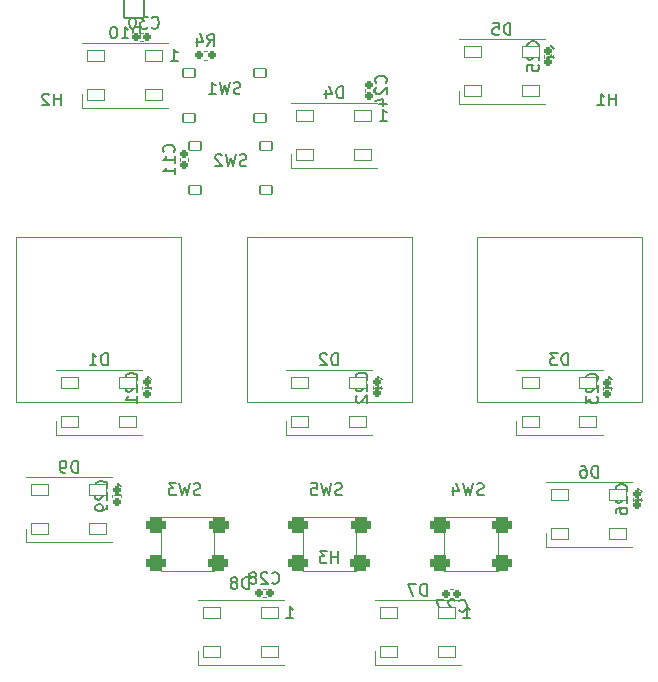
<source format=gbr>
%TF.GenerationSoftware,KiCad,Pcbnew,(7.0.0-0)*%
%TF.CreationDate,2023-04-23T02:24:18-05:00*%
%TF.ProjectId,RP2040_minimal,52503230-3430-45f6-9d69-6e696d616c2e,REV1*%
%TF.SameCoordinates,Original*%
%TF.FileFunction,Legend,Bot*%
%TF.FilePolarity,Positive*%
%FSLAX46Y46*%
G04 Gerber Fmt 4.6, Leading zero omitted, Abs format (unit mm)*
G04 Created by KiCad (PCBNEW (7.0.0-0)) date 2023-04-23 02:24:18*
%MOMM*%
%LPD*%
G01*
G04 APERTURE LIST*
G04 Aperture macros list*
%AMRoundRect*
0 Rectangle with rounded corners*
0 $1 Rounding radius*
0 $2 $3 $4 $5 $6 $7 $8 $9 X,Y pos of 4 corners*
0 Add a 4 corners polygon primitive as box body*
4,1,4,$2,$3,$4,$5,$6,$7,$8,$9,$2,$3,0*
0 Add four circle primitives for the rounded corners*
1,1,$1+$1,$2,$3*
1,1,$1+$1,$4,$5*
1,1,$1+$1,$6,$7*
1,1,$1+$1,$8,$9*
0 Add four rect primitives between the rounded corners*
20,1,$1+$1,$2,$3,$4,$5,0*
20,1,$1+$1,$4,$5,$6,$7,0*
20,1,$1+$1,$6,$7,$8,$9,0*
20,1,$1+$1,$8,$9,$2,$3,0*%
G04 Aperture macros list end*
%ADD10C,0.150000*%
%ADD11C,0.120000*%
%ADD12C,4.402000*%
%ADD13O,1.102000X1.902000*%
%ADD14O,1.102000X2.302000*%
%ADD15RoundRect,0.051000X0.850000X-0.850000X0.850000X0.850000X-0.850000X0.850000X-0.850000X-0.850000X0*%
%ADD16O,1.802000X1.802000*%
%ADD17RoundRect,0.351000X0.500000X0.300000X-0.500000X0.300000X-0.500000X-0.300000X0.500000X-0.300000X0*%
%ADD18RoundRect,0.051000X0.750000X0.450000X-0.750000X0.450000X-0.750000X-0.450000X0.750000X-0.450000X0*%
%ADD19RoundRect,0.191000X-0.170000X0.140000X-0.170000X-0.140000X0.170000X-0.140000X0.170000X0.140000X0*%
%ADD20RoundRect,0.191000X0.140000X0.170000X-0.140000X0.170000X-0.140000X-0.170000X0.140000X-0.170000X0*%
%ADD21RoundRect,0.051000X0.500000X0.375000X-0.500000X0.375000X-0.500000X-0.375000X0.500000X-0.375000X0*%
%ADD22C,1.802000*%
%ADD23C,6.502000*%
%ADD24RoundRect,0.186000X0.135000X0.185000X-0.135000X0.185000X-0.135000X-0.185000X0.135000X-0.185000X0*%
%ADD25RoundRect,0.191000X0.170000X-0.140000X0.170000X0.140000X-0.170000X0.140000X-0.170000X-0.140000X0*%
%ADD26RoundRect,0.191000X-0.140000X-0.170000X0.140000X-0.170000X0.140000X0.170000X-0.140000X0.170000X0*%
G04 APERTURE END LIST*
D10*
%TO.C,H3*%
X761904Y-20617380D02*
X761904Y-19617380D01*
X761904Y-20093571D02*
X190476Y-20093571D01*
X190476Y-20617380D02*
X190476Y-19617380D01*
X-190477Y-19617380D02*
X-809524Y-19617380D01*
X-809524Y-19617380D02*
X-476191Y-19998333D01*
X-476191Y-19998333D02*
X-619048Y-19998333D01*
X-619048Y-19998333D02*
X-714286Y-20045952D01*
X-714286Y-20045952D02*
X-761905Y-20093571D01*
X-761905Y-20093571D02*
X-809524Y-20188809D01*
X-809524Y-20188809D02*
X-809524Y-20426904D01*
X-809524Y-20426904D02*
X-761905Y-20522142D01*
X-761905Y-20522142D02*
X-714286Y-20569761D01*
X-714286Y-20569761D02*
X-619048Y-20617380D01*
X-619048Y-20617380D02*
X-333334Y-20617380D01*
X-333334Y-20617380D02*
X-238096Y-20569761D01*
X-238096Y-20569761D02*
X-190477Y-20522142D01*
%TO.C,SW4*%
X13083332Y-14819761D02*
X12940475Y-14867380D01*
X12940475Y-14867380D02*
X12702380Y-14867380D01*
X12702380Y-14867380D02*
X12607142Y-14819761D01*
X12607142Y-14819761D02*
X12559523Y-14772142D01*
X12559523Y-14772142D02*
X12511904Y-14676904D01*
X12511904Y-14676904D02*
X12511904Y-14581666D01*
X12511904Y-14581666D02*
X12559523Y-14486428D01*
X12559523Y-14486428D02*
X12607142Y-14438809D01*
X12607142Y-14438809D02*
X12702380Y-14391190D01*
X12702380Y-14391190D02*
X12892856Y-14343571D01*
X12892856Y-14343571D02*
X12988094Y-14295952D01*
X12988094Y-14295952D02*
X13035713Y-14248333D01*
X13035713Y-14248333D02*
X13083332Y-14153095D01*
X13083332Y-14153095D02*
X13083332Y-14057857D01*
X13083332Y-14057857D02*
X13035713Y-13962619D01*
X13035713Y-13962619D02*
X12988094Y-13915000D01*
X12988094Y-13915000D02*
X12892856Y-13867380D01*
X12892856Y-13867380D02*
X12654761Y-13867380D01*
X12654761Y-13867380D02*
X12511904Y-13915000D01*
X12178570Y-13867380D02*
X11940475Y-14867380D01*
X11940475Y-14867380D02*
X11749999Y-14153095D01*
X11749999Y-14153095D02*
X11559523Y-14867380D01*
X11559523Y-14867380D02*
X11321428Y-13867380D01*
X10511904Y-14200714D02*
X10511904Y-14867380D01*
X10749999Y-13819761D02*
X10988094Y-14534047D01*
X10988094Y-14534047D02*
X10369047Y-14534047D01*
%TO.C,D10*%
X-16055715Y23802620D02*
X-16055715Y24802620D01*
X-16055715Y24802620D02*
X-16293810Y24802620D01*
X-16293810Y24802620D02*
X-16436667Y24755000D01*
X-16436667Y24755000D02*
X-16531905Y24659762D01*
X-16531905Y24659762D02*
X-16579524Y24564524D01*
X-16579524Y24564524D02*
X-16627143Y24374048D01*
X-16627143Y24374048D02*
X-16627143Y24231191D01*
X-16627143Y24231191D02*
X-16579524Y24040715D01*
X-16579524Y24040715D02*
X-16531905Y23945477D01*
X-16531905Y23945477D02*
X-16436667Y23850239D01*
X-16436667Y23850239D02*
X-16293810Y23802620D01*
X-16293810Y23802620D02*
X-16055715Y23802620D01*
X-17579524Y23802620D02*
X-17008096Y23802620D01*
X-17293810Y23802620D02*
X-17293810Y24802620D01*
X-17293810Y24802620D02*
X-17198572Y24659762D01*
X-17198572Y24659762D02*
X-17103334Y24564524D01*
X-17103334Y24564524D02*
X-17008096Y24516905D01*
X-18198572Y24802620D02*
X-18293810Y24802620D01*
X-18293810Y24802620D02*
X-18389048Y24755000D01*
X-18389048Y24755000D02*
X-18436667Y24707381D01*
X-18436667Y24707381D02*
X-18484286Y24612143D01*
X-18484286Y24612143D02*
X-18531905Y24421667D01*
X-18531905Y24421667D02*
X-18531905Y24183572D01*
X-18531905Y24183572D02*
X-18484286Y23993096D01*
X-18484286Y23993096D02*
X-18436667Y23897858D01*
X-18436667Y23897858D02*
X-18389048Y23850239D01*
X-18389048Y23850239D02*
X-18293810Y23802620D01*
X-18293810Y23802620D02*
X-18198572Y23802620D01*
X-18198572Y23802620D02*
X-18103334Y23850239D01*
X-18103334Y23850239D02*
X-18055715Y23897858D01*
X-18055715Y23897858D02*
X-18008096Y23993096D01*
X-18008096Y23993096D02*
X-17960477Y24183572D01*
X-17960477Y24183572D02*
X-17960477Y24421667D01*
X-17960477Y24421667D02*
X-18008096Y24612143D01*
X-18008096Y24612143D02*
X-18055715Y24707381D01*
X-18055715Y24707381D02*
X-18103334Y24755000D01*
X-18103334Y24755000D02*
X-18198572Y24802620D01*
X-13405715Y21902620D02*
X-12834287Y21902620D01*
X-13120001Y21902620D02*
X-13120001Y22902620D01*
X-13120001Y22902620D02*
X-13024763Y22759762D01*
X-13024763Y22759762D02*
X-12929525Y22664524D01*
X-12929525Y22664524D02*
X-12834287Y22616905D01*
%TO.C,C29*%
X-18887858Y-14307142D02*
X-18840239Y-14259523D01*
X-18840239Y-14259523D02*
X-18792620Y-14116666D01*
X-18792620Y-14116666D02*
X-18792620Y-14021428D01*
X-18792620Y-14021428D02*
X-18840239Y-13878571D01*
X-18840239Y-13878571D02*
X-18935477Y-13783333D01*
X-18935477Y-13783333D02*
X-19030715Y-13735714D01*
X-19030715Y-13735714D02*
X-19221191Y-13688095D01*
X-19221191Y-13688095D02*
X-19364048Y-13688095D01*
X-19364048Y-13688095D02*
X-19554524Y-13735714D01*
X-19554524Y-13735714D02*
X-19649762Y-13783333D01*
X-19649762Y-13783333D02*
X-19745000Y-13878571D01*
X-19745000Y-13878571D02*
X-19792620Y-14021428D01*
X-19792620Y-14021428D02*
X-19792620Y-14116666D01*
X-19792620Y-14116666D02*
X-19745000Y-14259523D01*
X-19745000Y-14259523D02*
X-19697381Y-14307142D01*
X-19697381Y-14688095D02*
X-19745000Y-14735714D01*
X-19745000Y-14735714D02*
X-19792620Y-14830952D01*
X-19792620Y-14830952D02*
X-19792620Y-15069047D01*
X-19792620Y-15069047D02*
X-19745000Y-15164285D01*
X-19745000Y-15164285D02*
X-19697381Y-15211904D01*
X-19697381Y-15211904D02*
X-19602143Y-15259523D01*
X-19602143Y-15259523D02*
X-19506905Y-15259523D01*
X-19506905Y-15259523D02*
X-19364048Y-15211904D01*
X-19364048Y-15211904D02*
X-18792620Y-14640476D01*
X-18792620Y-14640476D02*
X-18792620Y-15259523D01*
X-18792620Y-15735714D02*
X-18792620Y-15926190D01*
X-18792620Y-15926190D02*
X-18840239Y-16021428D01*
X-18840239Y-16021428D02*
X-18887858Y-16069047D01*
X-18887858Y-16069047D02*
X-19030715Y-16164285D01*
X-19030715Y-16164285D02*
X-19221191Y-16211904D01*
X-19221191Y-16211904D02*
X-19602143Y-16211904D01*
X-19602143Y-16211904D02*
X-19697381Y-16164285D01*
X-19697381Y-16164285D02*
X-19745000Y-16116666D01*
X-19745000Y-16116666D02*
X-19792620Y-16021428D01*
X-19792620Y-16021428D02*
X-19792620Y-15830952D01*
X-19792620Y-15830952D02*
X-19745000Y-15735714D01*
X-19745000Y-15735714D02*
X-19697381Y-15688095D01*
X-19697381Y-15688095D02*
X-19602143Y-15640476D01*
X-19602143Y-15640476D02*
X-19364048Y-15640476D01*
X-19364048Y-15640476D02*
X-19268810Y-15688095D01*
X-19268810Y-15688095D02*
X-19221191Y-15735714D01*
X-19221191Y-15735714D02*
X-19173572Y-15830952D01*
X-19173572Y-15830952D02*
X-19173572Y-16021428D01*
X-19173572Y-16021428D02*
X-19221191Y-16116666D01*
X-19221191Y-16116666D02*
X-19268810Y-16164285D01*
X-19268810Y-16164285D02*
X-19364048Y-16211904D01*
%TO.C,C30*%
X-15037143Y24737858D02*
X-14989524Y24690239D01*
X-14989524Y24690239D02*
X-14846667Y24642620D01*
X-14846667Y24642620D02*
X-14751429Y24642620D01*
X-14751429Y24642620D02*
X-14608572Y24690239D01*
X-14608572Y24690239D02*
X-14513334Y24785477D01*
X-14513334Y24785477D02*
X-14465715Y24880715D01*
X-14465715Y24880715D02*
X-14418096Y25071191D01*
X-14418096Y25071191D02*
X-14418096Y25214048D01*
X-14418096Y25214048D02*
X-14465715Y25404524D01*
X-14465715Y25404524D02*
X-14513334Y25499762D01*
X-14513334Y25499762D02*
X-14608572Y25595000D01*
X-14608572Y25595000D02*
X-14751429Y25642620D01*
X-14751429Y25642620D02*
X-14846667Y25642620D01*
X-14846667Y25642620D02*
X-14989524Y25595000D01*
X-14989524Y25595000D02*
X-15037143Y25547381D01*
X-15370477Y25642620D02*
X-15989524Y25642620D01*
X-15989524Y25642620D02*
X-15656191Y25261667D01*
X-15656191Y25261667D02*
X-15799048Y25261667D01*
X-15799048Y25261667D02*
X-15894286Y25214048D01*
X-15894286Y25214048D02*
X-15941905Y25166429D01*
X-15941905Y25166429D02*
X-15989524Y25071191D01*
X-15989524Y25071191D02*
X-15989524Y24833096D01*
X-15989524Y24833096D02*
X-15941905Y24737858D01*
X-15941905Y24737858D02*
X-15894286Y24690239D01*
X-15894286Y24690239D02*
X-15799048Y24642620D01*
X-15799048Y24642620D02*
X-15513334Y24642620D01*
X-15513334Y24642620D02*
X-15418096Y24690239D01*
X-15418096Y24690239D02*
X-15370477Y24737858D01*
X-16608572Y25642620D02*
X-16703810Y25642620D01*
X-16703810Y25642620D02*
X-16799048Y25595000D01*
X-16799048Y25595000D02*
X-16846667Y25547381D01*
X-16846667Y25547381D02*
X-16894286Y25452143D01*
X-16894286Y25452143D02*
X-16941905Y25261667D01*
X-16941905Y25261667D02*
X-16941905Y25023572D01*
X-16941905Y25023572D02*
X-16894286Y24833096D01*
X-16894286Y24833096D02*
X-16846667Y24737858D01*
X-16846667Y24737858D02*
X-16799048Y24690239D01*
X-16799048Y24690239D02*
X-16703810Y24642620D01*
X-16703810Y24642620D02*
X-16608572Y24642620D01*
X-16608572Y24642620D02*
X-16513334Y24690239D01*
X-16513334Y24690239D02*
X-16465715Y24737858D01*
X-16465715Y24737858D02*
X-16418096Y24833096D01*
X-16418096Y24833096D02*
X-16370477Y25023572D01*
X-16370477Y25023572D02*
X-16370477Y25261667D01*
X-16370477Y25261667D02*
X-16418096Y25452143D01*
X-16418096Y25452143D02*
X-16465715Y25547381D01*
X-16465715Y25547381D02*
X-16513334Y25595000D01*
X-16513334Y25595000D02*
X-16608572Y25642620D01*
%TO.C,SW3*%
X-10916668Y-14819761D02*
X-11059525Y-14867380D01*
X-11059525Y-14867380D02*
X-11297620Y-14867380D01*
X-11297620Y-14867380D02*
X-11392858Y-14819761D01*
X-11392858Y-14819761D02*
X-11440477Y-14772142D01*
X-11440477Y-14772142D02*
X-11488096Y-14676904D01*
X-11488096Y-14676904D02*
X-11488096Y-14581666D01*
X-11488096Y-14581666D02*
X-11440477Y-14486428D01*
X-11440477Y-14486428D02*
X-11392858Y-14438809D01*
X-11392858Y-14438809D02*
X-11297620Y-14391190D01*
X-11297620Y-14391190D02*
X-11107144Y-14343571D01*
X-11107144Y-14343571D02*
X-11011906Y-14295952D01*
X-11011906Y-14295952D02*
X-10964287Y-14248333D01*
X-10964287Y-14248333D02*
X-10916668Y-14153095D01*
X-10916668Y-14153095D02*
X-10916668Y-14057857D01*
X-10916668Y-14057857D02*
X-10964287Y-13962619D01*
X-10964287Y-13962619D02*
X-11011906Y-13915000D01*
X-11011906Y-13915000D02*
X-11107144Y-13867380D01*
X-11107144Y-13867380D02*
X-11345239Y-13867380D01*
X-11345239Y-13867380D02*
X-11488096Y-13915000D01*
X-11821430Y-13867380D02*
X-12059525Y-14867380D01*
X-12059525Y-14867380D02*
X-12250001Y-14153095D01*
X-12250001Y-14153095D02*
X-12440477Y-14867380D01*
X-12440477Y-14867380D02*
X-12678572Y-13867380D01*
X-12964287Y-13867380D02*
X-13583334Y-13867380D01*
X-13583334Y-13867380D02*
X-13250001Y-14248333D01*
X-13250001Y-14248333D02*
X-13392858Y-14248333D01*
X-13392858Y-14248333D02*
X-13488096Y-14295952D01*
X-13488096Y-14295952D02*
X-13535715Y-14343571D01*
X-13535715Y-14343571D02*
X-13583334Y-14438809D01*
X-13583334Y-14438809D02*
X-13583334Y-14676904D01*
X-13583334Y-14676904D02*
X-13535715Y-14772142D01*
X-13535715Y-14772142D02*
X-13488096Y-14819761D01*
X-13488096Y-14819761D02*
X-13392858Y-14867380D01*
X-13392858Y-14867380D02*
X-13107144Y-14867380D01*
X-13107144Y-14867380D02*
X-13011906Y-14819761D01*
X-13011906Y-14819761D02*
X-12964287Y-14772142D01*
%TO.C,SW2*%
X-7006668Y13040239D02*
X-7149525Y12992620D01*
X-7149525Y12992620D02*
X-7387620Y12992620D01*
X-7387620Y12992620D02*
X-7482858Y13040239D01*
X-7482858Y13040239D02*
X-7530477Y13087858D01*
X-7530477Y13087858D02*
X-7578096Y13183096D01*
X-7578096Y13183096D02*
X-7578096Y13278334D01*
X-7578096Y13278334D02*
X-7530477Y13373572D01*
X-7530477Y13373572D02*
X-7482858Y13421191D01*
X-7482858Y13421191D02*
X-7387620Y13468810D01*
X-7387620Y13468810D02*
X-7197144Y13516429D01*
X-7197144Y13516429D02*
X-7101906Y13564048D01*
X-7101906Y13564048D02*
X-7054287Y13611667D01*
X-7054287Y13611667D02*
X-7006668Y13706905D01*
X-7006668Y13706905D02*
X-7006668Y13802143D01*
X-7006668Y13802143D02*
X-7054287Y13897381D01*
X-7054287Y13897381D02*
X-7101906Y13945000D01*
X-7101906Y13945000D02*
X-7197144Y13992620D01*
X-7197144Y13992620D02*
X-7435239Y13992620D01*
X-7435239Y13992620D02*
X-7578096Y13945000D01*
X-7911430Y13992620D02*
X-8149525Y12992620D01*
X-8149525Y12992620D02*
X-8340001Y13706905D01*
X-8340001Y13706905D02*
X-8530477Y12992620D01*
X-8530477Y12992620D02*
X-8768572Y13992620D01*
X-9101906Y13897381D02*
X-9149525Y13945000D01*
X-9149525Y13945000D02*
X-9244763Y13992620D01*
X-9244763Y13992620D02*
X-9482858Y13992620D01*
X-9482858Y13992620D02*
X-9578096Y13945000D01*
X-9578096Y13945000D02*
X-9625715Y13897381D01*
X-9625715Y13897381D02*
X-9673334Y13802143D01*
X-9673334Y13802143D02*
X-9673334Y13706905D01*
X-9673334Y13706905D02*
X-9625715Y13564048D01*
X-9625715Y13564048D02*
X-9054287Y12992620D01*
X-9054287Y12992620D02*
X-9673334Y12992620D01*
%TO.C,C23*%
X22632142Y-5187142D02*
X22679761Y-5139523D01*
X22679761Y-5139523D02*
X22727380Y-4996666D01*
X22727380Y-4996666D02*
X22727380Y-4901428D01*
X22727380Y-4901428D02*
X22679761Y-4758571D01*
X22679761Y-4758571D02*
X22584523Y-4663333D01*
X22584523Y-4663333D02*
X22489285Y-4615714D01*
X22489285Y-4615714D02*
X22298809Y-4568095D01*
X22298809Y-4568095D02*
X22155952Y-4568095D01*
X22155952Y-4568095D02*
X21965476Y-4615714D01*
X21965476Y-4615714D02*
X21870238Y-4663333D01*
X21870238Y-4663333D02*
X21775000Y-4758571D01*
X21775000Y-4758571D02*
X21727380Y-4901428D01*
X21727380Y-4901428D02*
X21727380Y-4996666D01*
X21727380Y-4996666D02*
X21775000Y-5139523D01*
X21775000Y-5139523D02*
X21822619Y-5187142D01*
X21822619Y-5568095D02*
X21775000Y-5615714D01*
X21775000Y-5615714D02*
X21727380Y-5710952D01*
X21727380Y-5710952D02*
X21727380Y-5949047D01*
X21727380Y-5949047D02*
X21775000Y-6044285D01*
X21775000Y-6044285D02*
X21822619Y-6091904D01*
X21822619Y-6091904D02*
X21917857Y-6139523D01*
X21917857Y-6139523D02*
X22013095Y-6139523D01*
X22013095Y-6139523D02*
X22155952Y-6091904D01*
X22155952Y-6091904D02*
X22727380Y-5520476D01*
X22727380Y-5520476D02*
X22727380Y-6139523D01*
X21727380Y-6472857D02*
X21727380Y-7091904D01*
X21727380Y-7091904D02*
X22108333Y-6758571D01*
X22108333Y-6758571D02*
X22108333Y-6901428D01*
X22108333Y-6901428D02*
X22155952Y-6996666D01*
X22155952Y-6996666D02*
X22203571Y-7044285D01*
X22203571Y-7044285D02*
X22298809Y-7091904D01*
X22298809Y-7091904D02*
X22536904Y-7091904D01*
X22536904Y-7091904D02*
X22632142Y-7044285D01*
X22632142Y-7044285D02*
X22679761Y-6996666D01*
X22679761Y-6996666D02*
X22727380Y-6901428D01*
X22727380Y-6901428D02*
X22727380Y-6615714D01*
X22727380Y-6615714D02*
X22679761Y-6520476D01*
X22679761Y-6520476D02*
X22632142Y-6472857D01*
%TO.C,D1*%
X-18761906Y-3867380D02*
X-18761906Y-2867380D01*
X-18761906Y-2867380D02*
X-19000001Y-2867380D01*
X-19000001Y-2867380D02*
X-19142858Y-2915000D01*
X-19142858Y-2915000D02*
X-19238096Y-3010238D01*
X-19238096Y-3010238D02*
X-19285715Y-3105476D01*
X-19285715Y-3105476D02*
X-19333334Y-3295952D01*
X-19333334Y-3295952D02*
X-19333334Y-3438809D01*
X-19333334Y-3438809D02*
X-19285715Y-3629285D01*
X-19285715Y-3629285D02*
X-19238096Y-3724523D01*
X-19238096Y-3724523D02*
X-19142858Y-3819761D01*
X-19142858Y-3819761D02*
X-19000001Y-3867380D01*
X-19000001Y-3867380D02*
X-18761906Y-3867380D01*
X-20285715Y-3867380D02*
X-19714287Y-3867380D01*
X-20000001Y-3867380D02*
X-20000001Y-2867380D01*
X-20000001Y-2867380D02*
X-19904763Y-3010238D01*
X-19904763Y-3010238D02*
X-19809525Y-3105476D01*
X-19809525Y-3105476D02*
X-19714287Y-3153095D01*
X-15635715Y-5767380D02*
X-15064287Y-5767380D01*
X-15350001Y-5767380D02*
X-15350001Y-4767380D01*
X-15350001Y-4767380D02*
X-15254763Y-4910238D01*
X-15254763Y-4910238D02*
X-15159525Y-5005476D01*
X-15159525Y-5005476D02*
X-15064287Y-5053095D01*
%TO.C,C21*%
X-16337858Y-5157142D02*
X-16290239Y-5109523D01*
X-16290239Y-5109523D02*
X-16242620Y-4966666D01*
X-16242620Y-4966666D02*
X-16242620Y-4871428D01*
X-16242620Y-4871428D02*
X-16290239Y-4728571D01*
X-16290239Y-4728571D02*
X-16385477Y-4633333D01*
X-16385477Y-4633333D02*
X-16480715Y-4585714D01*
X-16480715Y-4585714D02*
X-16671191Y-4538095D01*
X-16671191Y-4538095D02*
X-16814048Y-4538095D01*
X-16814048Y-4538095D02*
X-17004524Y-4585714D01*
X-17004524Y-4585714D02*
X-17099762Y-4633333D01*
X-17099762Y-4633333D02*
X-17195000Y-4728571D01*
X-17195000Y-4728571D02*
X-17242620Y-4871428D01*
X-17242620Y-4871428D02*
X-17242620Y-4966666D01*
X-17242620Y-4966666D02*
X-17195000Y-5109523D01*
X-17195000Y-5109523D02*
X-17147381Y-5157142D01*
X-17147381Y-5538095D02*
X-17195000Y-5585714D01*
X-17195000Y-5585714D02*
X-17242620Y-5680952D01*
X-17242620Y-5680952D02*
X-17242620Y-5919047D01*
X-17242620Y-5919047D02*
X-17195000Y-6014285D01*
X-17195000Y-6014285D02*
X-17147381Y-6061904D01*
X-17147381Y-6061904D02*
X-17052143Y-6109523D01*
X-17052143Y-6109523D02*
X-16956905Y-6109523D01*
X-16956905Y-6109523D02*
X-16814048Y-6061904D01*
X-16814048Y-6061904D02*
X-16242620Y-5490476D01*
X-16242620Y-5490476D02*
X-16242620Y-6109523D01*
X-16242620Y-7061904D02*
X-16242620Y-6490476D01*
X-16242620Y-6776190D02*
X-17242620Y-6776190D01*
X-17242620Y-6776190D02*
X-17099762Y-6680952D01*
X-17099762Y-6680952D02*
X-17004524Y-6585714D01*
X-17004524Y-6585714D02*
X-16956905Y-6490476D01*
%TO.C,C25*%
X17657142Y22927858D02*
X17704761Y22975477D01*
X17704761Y22975477D02*
X17752380Y23118334D01*
X17752380Y23118334D02*
X17752380Y23213572D01*
X17752380Y23213572D02*
X17704761Y23356429D01*
X17704761Y23356429D02*
X17609523Y23451667D01*
X17609523Y23451667D02*
X17514285Y23499286D01*
X17514285Y23499286D02*
X17323809Y23546905D01*
X17323809Y23546905D02*
X17180952Y23546905D01*
X17180952Y23546905D02*
X16990476Y23499286D01*
X16990476Y23499286D02*
X16895238Y23451667D01*
X16895238Y23451667D02*
X16800000Y23356429D01*
X16800000Y23356429D02*
X16752380Y23213572D01*
X16752380Y23213572D02*
X16752380Y23118334D01*
X16752380Y23118334D02*
X16800000Y22975477D01*
X16800000Y22975477D02*
X16847619Y22927858D01*
X16847619Y22546905D02*
X16800000Y22499286D01*
X16800000Y22499286D02*
X16752380Y22404048D01*
X16752380Y22404048D02*
X16752380Y22165953D01*
X16752380Y22165953D02*
X16800000Y22070715D01*
X16800000Y22070715D02*
X16847619Y22023096D01*
X16847619Y22023096D02*
X16942857Y21975477D01*
X16942857Y21975477D02*
X17038095Y21975477D01*
X17038095Y21975477D02*
X17180952Y22023096D01*
X17180952Y22023096D02*
X17752380Y22594524D01*
X17752380Y22594524D02*
X17752380Y21975477D01*
X16752380Y21070715D02*
X16752380Y21546905D01*
X16752380Y21546905D02*
X17228571Y21594524D01*
X17228571Y21594524D02*
X17180952Y21546905D01*
X17180952Y21546905D02*
X17133333Y21451667D01*
X17133333Y21451667D02*
X17133333Y21213572D01*
X17133333Y21213572D02*
X17180952Y21118334D01*
X17180952Y21118334D02*
X17228571Y21070715D01*
X17228571Y21070715D02*
X17323809Y21023096D01*
X17323809Y21023096D02*
X17561904Y21023096D01*
X17561904Y21023096D02*
X17657142Y21070715D01*
X17657142Y21070715D02*
X17704761Y21118334D01*
X17704761Y21118334D02*
X17752380Y21213572D01*
X17752380Y21213572D02*
X17752380Y21451667D01*
X17752380Y21451667D02*
X17704761Y21546905D01*
X17704761Y21546905D02*
X17657142Y21594524D01*
%TO.C,SW1*%
X-7516668Y19160239D02*
X-7659525Y19112620D01*
X-7659525Y19112620D02*
X-7897620Y19112620D01*
X-7897620Y19112620D02*
X-7992858Y19160239D01*
X-7992858Y19160239D02*
X-8040477Y19207858D01*
X-8040477Y19207858D02*
X-8088096Y19303096D01*
X-8088096Y19303096D02*
X-8088096Y19398334D01*
X-8088096Y19398334D02*
X-8040477Y19493572D01*
X-8040477Y19493572D02*
X-7992858Y19541191D01*
X-7992858Y19541191D02*
X-7897620Y19588810D01*
X-7897620Y19588810D02*
X-7707144Y19636429D01*
X-7707144Y19636429D02*
X-7611906Y19684048D01*
X-7611906Y19684048D02*
X-7564287Y19731667D01*
X-7564287Y19731667D02*
X-7516668Y19826905D01*
X-7516668Y19826905D02*
X-7516668Y19922143D01*
X-7516668Y19922143D02*
X-7564287Y20017381D01*
X-7564287Y20017381D02*
X-7611906Y20065000D01*
X-7611906Y20065000D02*
X-7707144Y20112620D01*
X-7707144Y20112620D02*
X-7945239Y20112620D01*
X-7945239Y20112620D02*
X-8088096Y20065000D01*
X-8421430Y20112620D02*
X-8659525Y19112620D01*
X-8659525Y19112620D02*
X-8850001Y19826905D01*
X-8850001Y19826905D02*
X-9040477Y19112620D01*
X-9040477Y19112620D02*
X-9278572Y20112620D01*
X-10183334Y19112620D02*
X-9611906Y19112620D01*
X-9897620Y19112620D02*
X-9897620Y20112620D01*
X-9897620Y20112620D02*
X-9802382Y19969762D01*
X-9802382Y19969762D02*
X-9707144Y19874524D01*
X-9707144Y19874524D02*
X-9611906Y19826905D01*
%TO.C,H2*%
X-22738096Y18132620D02*
X-22738096Y19132620D01*
X-22738096Y18656429D02*
X-23309524Y18656429D01*
X-23309524Y18132620D02*
X-23309524Y19132620D01*
X-23738096Y19037381D02*
X-23785715Y19085000D01*
X-23785715Y19085000D02*
X-23880953Y19132620D01*
X-23880953Y19132620D02*
X-24119048Y19132620D01*
X-24119048Y19132620D02*
X-24214286Y19085000D01*
X-24214286Y19085000D02*
X-24261905Y19037381D01*
X-24261905Y19037381D02*
X-24309524Y18942143D01*
X-24309524Y18942143D02*
X-24309524Y18846905D01*
X-24309524Y18846905D02*
X-24261905Y18704048D01*
X-24261905Y18704048D02*
X-23690477Y18132620D01*
X-23690477Y18132620D02*
X-24309524Y18132620D01*
%TO.C,C22*%
X3142142Y-5127142D02*
X3189761Y-5079523D01*
X3189761Y-5079523D02*
X3237380Y-4936666D01*
X3237380Y-4936666D02*
X3237380Y-4841428D01*
X3237380Y-4841428D02*
X3189761Y-4698571D01*
X3189761Y-4698571D02*
X3094523Y-4603333D01*
X3094523Y-4603333D02*
X2999285Y-4555714D01*
X2999285Y-4555714D02*
X2808809Y-4508095D01*
X2808809Y-4508095D02*
X2665952Y-4508095D01*
X2665952Y-4508095D02*
X2475476Y-4555714D01*
X2475476Y-4555714D02*
X2380238Y-4603333D01*
X2380238Y-4603333D02*
X2285000Y-4698571D01*
X2285000Y-4698571D02*
X2237380Y-4841428D01*
X2237380Y-4841428D02*
X2237380Y-4936666D01*
X2237380Y-4936666D02*
X2285000Y-5079523D01*
X2285000Y-5079523D02*
X2332619Y-5127142D01*
X2332619Y-5508095D02*
X2285000Y-5555714D01*
X2285000Y-5555714D02*
X2237380Y-5650952D01*
X2237380Y-5650952D02*
X2237380Y-5889047D01*
X2237380Y-5889047D02*
X2285000Y-5984285D01*
X2285000Y-5984285D02*
X2332619Y-6031904D01*
X2332619Y-6031904D02*
X2427857Y-6079523D01*
X2427857Y-6079523D02*
X2523095Y-6079523D01*
X2523095Y-6079523D02*
X2665952Y-6031904D01*
X2665952Y-6031904D02*
X3237380Y-5460476D01*
X3237380Y-5460476D02*
X3237380Y-6079523D01*
X2332619Y-6460476D02*
X2285000Y-6508095D01*
X2285000Y-6508095D02*
X2237380Y-6603333D01*
X2237380Y-6603333D02*
X2237380Y-6841428D01*
X2237380Y-6841428D02*
X2285000Y-6936666D01*
X2285000Y-6936666D02*
X2332619Y-6984285D01*
X2332619Y-6984285D02*
X2427857Y-7031904D01*
X2427857Y-7031904D02*
X2523095Y-7031904D01*
X2523095Y-7031904D02*
X2665952Y-6984285D01*
X2665952Y-6984285D02*
X3237380Y-6412857D01*
X3237380Y-6412857D02*
X3237380Y-7031904D01*
%TO.C,C28*%
X-4847143Y-22282142D02*
X-4799524Y-22329761D01*
X-4799524Y-22329761D02*
X-4656667Y-22377380D01*
X-4656667Y-22377380D02*
X-4561429Y-22377380D01*
X-4561429Y-22377380D02*
X-4418572Y-22329761D01*
X-4418572Y-22329761D02*
X-4323334Y-22234523D01*
X-4323334Y-22234523D02*
X-4275715Y-22139285D01*
X-4275715Y-22139285D02*
X-4228096Y-21948809D01*
X-4228096Y-21948809D02*
X-4228096Y-21805952D01*
X-4228096Y-21805952D02*
X-4275715Y-21615476D01*
X-4275715Y-21615476D02*
X-4323334Y-21520238D01*
X-4323334Y-21520238D02*
X-4418572Y-21425000D01*
X-4418572Y-21425000D02*
X-4561429Y-21377380D01*
X-4561429Y-21377380D02*
X-4656667Y-21377380D01*
X-4656667Y-21377380D02*
X-4799524Y-21425000D01*
X-4799524Y-21425000D02*
X-4847143Y-21472619D01*
X-5228096Y-21472619D02*
X-5275715Y-21425000D01*
X-5275715Y-21425000D02*
X-5370953Y-21377380D01*
X-5370953Y-21377380D02*
X-5609048Y-21377380D01*
X-5609048Y-21377380D02*
X-5704286Y-21425000D01*
X-5704286Y-21425000D02*
X-5751905Y-21472619D01*
X-5751905Y-21472619D02*
X-5799524Y-21567857D01*
X-5799524Y-21567857D02*
X-5799524Y-21663095D01*
X-5799524Y-21663095D02*
X-5751905Y-21805952D01*
X-5751905Y-21805952D02*
X-5180477Y-22377380D01*
X-5180477Y-22377380D02*
X-5799524Y-22377380D01*
X-6370953Y-21805952D02*
X-6275715Y-21758333D01*
X-6275715Y-21758333D02*
X-6228096Y-21710714D01*
X-6228096Y-21710714D02*
X-6180477Y-21615476D01*
X-6180477Y-21615476D02*
X-6180477Y-21567857D01*
X-6180477Y-21567857D02*
X-6228096Y-21472619D01*
X-6228096Y-21472619D02*
X-6275715Y-21425000D01*
X-6275715Y-21425000D02*
X-6370953Y-21377380D01*
X-6370953Y-21377380D02*
X-6561429Y-21377380D01*
X-6561429Y-21377380D02*
X-6656667Y-21425000D01*
X-6656667Y-21425000D02*
X-6704286Y-21472619D01*
X-6704286Y-21472619D02*
X-6751905Y-21567857D01*
X-6751905Y-21567857D02*
X-6751905Y-21615476D01*
X-6751905Y-21615476D02*
X-6704286Y-21710714D01*
X-6704286Y-21710714D02*
X-6656667Y-21758333D01*
X-6656667Y-21758333D02*
X-6561429Y-21805952D01*
X-6561429Y-21805952D02*
X-6370953Y-21805952D01*
X-6370953Y-21805952D02*
X-6275715Y-21853571D01*
X-6275715Y-21853571D02*
X-6228096Y-21901190D01*
X-6228096Y-21901190D02*
X-6180477Y-21996428D01*
X-6180477Y-21996428D02*
X-6180477Y-22186904D01*
X-6180477Y-22186904D02*
X-6228096Y-22282142D01*
X-6228096Y-22282142D02*
X-6275715Y-22329761D01*
X-6275715Y-22329761D02*
X-6370953Y-22377380D01*
X-6370953Y-22377380D02*
X-6561429Y-22377380D01*
X-6561429Y-22377380D02*
X-6656667Y-22329761D01*
X-6656667Y-22329761D02*
X-6704286Y-22282142D01*
X-6704286Y-22282142D02*
X-6751905Y-22186904D01*
X-6751905Y-22186904D02*
X-6751905Y-21996428D01*
X-6751905Y-21996428D02*
X-6704286Y-21901190D01*
X-6704286Y-21901190D02*
X-6656667Y-21853571D01*
X-6656667Y-21853571D02*
X-6561429Y-21805952D01*
%TO.C,D3*%
X20238094Y-3867380D02*
X20238094Y-2867380D01*
X20238094Y-2867380D02*
X19999999Y-2867380D01*
X19999999Y-2867380D02*
X19857142Y-2915000D01*
X19857142Y-2915000D02*
X19761904Y-3010238D01*
X19761904Y-3010238D02*
X19714285Y-3105476D01*
X19714285Y-3105476D02*
X19666666Y-3295952D01*
X19666666Y-3295952D02*
X19666666Y-3438809D01*
X19666666Y-3438809D02*
X19714285Y-3629285D01*
X19714285Y-3629285D02*
X19761904Y-3724523D01*
X19761904Y-3724523D02*
X19857142Y-3819761D01*
X19857142Y-3819761D02*
X19999999Y-3867380D01*
X19999999Y-3867380D02*
X20238094Y-3867380D01*
X19333332Y-2867380D02*
X18714285Y-2867380D01*
X18714285Y-2867380D02*
X19047618Y-3248333D01*
X19047618Y-3248333D02*
X18904761Y-3248333D01*
X18904761Y-3248333D02*
X18809523Y-3295952D01*
X18809523Y-3295952D02*
X18761904Y-3343571D01*
X18761904Y-3343571D02*
X18714285Y-3438809D01*
X18714285Y-3438809D02*
X18714285Y-3676904D01*
X18714285Y-3676904D02*
X18761904Y-3772142D01*
X18761904Y-3772142D02*
X18809523Y-3819761D01*
X18809523Y-3819761D02*
X18904761Y-3867380D01*
X18904761Y-3867380D02*
X19190475Y-3867380D01*
X19190475Y-3867380D02*
X19285713Y-3819761D01*
X19285713Y-3819761D02*
X19333332Y-3772142D01*
X23364285Y-5767380D02*
X23935713Y-5767380D01*
X23649999Y-5767380D02*
X23649999Y-4767380D01*
X23649999Y-4767380D02*
X23745237Y-4910238D01*
X23745237Y-4910238D02*
X23840475Y-5005476D01*
X23840475Y-5005476D02*
X23935713Y-5053095D01*
%TO.C,R4*%
X-10308334Y23177620D02*
X-9975001Y23653810D01*
X-9736906Y23177620D02*
X-9736906Y24177620D01*
X-9736906Y24177620D02*
X-10117858Y24177620D01*
X-10117858Y24177620D02*
X-10213096Y24130000D01*
X-10213096Y24130000D02*
X-10260715Y24082381D01*
X-10260715Y24082381D02*
X-10308334Y23987143D01*
X-10308334Y23987143D02*
X-10308334Y23844286D01*
X-10308334Y23844286D02*
X-10260715Y23749048D01*
X-10260715Y23749048D02*
X-10213096Y23701429D01*
X-10213096Y23701429D02*
X-10117858Y23653810D01*
X-10117858Y23653810D02*
X-9736906Y23653810D01*
X-11165477Y23844286D02*
X-11165477Y23177620D01*
X-10927382Y24225239D02*
X-10689287Y23510953D01*
X-10689287Y23510953D02*
X-11308334Y23510953D01*
%TO.C,H1*%
X24261904Y18132620D02*
X24261904Y19132620D01*
X24261904Y18656429D02*
X23690476Y18656429D01*
X23690476Y18132620D02*
X23690476Y19132620D01*
X22690476Y18132620D02*
X23261904Y18132620D01*
X22976190Y18132620D02*
X22976190Y19132620D01*
X22976190Y19132620D02*
X23071428Y18989762D01*
X23071428Y18989762D02*
X23166666Y18894524D01*
X23166666Y18894524D02*
X23261904Y18846905D01*
%TO.C,D2*%
X738094Y-3867380D02*
X738094Y-2867380D01*
X738094Y-2867380D02*
X499999Y-2867380D01*
X499999Y-2867380D02*
X357142Y-2915000D01*
X357142Y-2915000D02*
X261904Y-3010238D01*
X261904Y-3010238D02*
X214285Y-3105476D01*
X214285Y-3105476D02*
X166666Y-3295952D01*
X166666Y-3295952D02*
X166666Y-3438809D01*
X166666Y-3438809D02*
X214285Y-3629285D01*
X214285Y-3629285D02*
X261904Y-3724523D01*
X261904Y-3724523D02*
X357142Y-3819761D01*
X357142Y-3819761D02*
X499999Y-3867380D01*
X499999Y-3867380D02*
X738094Y-3867380D01*
X-214287Y-2962619D02*
X-261906Y-2915000D01*
X-261906Y-2915000D02*
X-357144Y-2867380D01*
X-357144Y-2867380D02*
X-595239Y-2867380D01*
X-595239Y-2867380D02*
X-690477Y-2915000D01*
X-690477Y-2915000D02*
X-738096Y-2962619D01*
X-738096Y-2962619D02*
X-785715Y-3057857D01*
X-785715Y-3057857D02*
X-785715Y-3153095D01*
X-785715Y-3153095D02*
X-738096Y-3295952D01*
X-738096Y-3295952D02*
X-166668Y-3867380D01*
X-166668Y-3867380D02*
X-785715Y-3867380D01*
X3864285Y-5767380D02*
X4435713Y-5767380D01*
X4149999Y-5767380D02*
X4149999Y-4767380D01*
X4149999Y-4767380D02*
X4245237Y-4910238D01*
X4245237Y-4910238D02*
X4340475Y-5005476D01*
X4340475Y-5005476D02*
X4435713Y-5053095D01*
%TO.C,C26*%
X25157142Y-14582142D02*
X25204761Y-14534523D01*
X25204761Y-14534523D02*
X25252380Y-14391666D01*
X25252380Y-14391666D02*
X25252380Y-14296428D01*
X25252380Y-14296428D02*
X25204761Y-14153571D01*
X25204761Y-14153571D02*
X25109523Y-14058333D01*
X25109523Y-14058333D02*
X25014285Y-14010714D01*
X25014285Y-14010714D02*
X24823809Y-13963095D01*
X24823809Y-13963095D02*
X24680952Y-13963095D01*
X24680952Y-13963095D02*
X24490476Y-14010714D01*
X24490476Y-14010714D02*
X24395238Y-14058333D01*
X24395238Y-14058333D02*
X24300000Y-14153571D01*
X24300000Y-14153571D02*
X24252380Y-14296428D01*
X24252380Y-14296428D02*
X24252380Y-14391666D01*
X24252380Y-14391666D02*
X24300000Y-14534523D01*
X24300000Y-14534523D02*
X24347619Y-14582142D01*
X24347619Y-14963095D02*
X24300000Y-15010714D01*
X24300000Y-15010714D02*
X24252380Y-15105952D01*
X24252380Y-15105952D02*
X24252380Y-15344047D01*
X24252380Y-15344047D02*
X24300000Y-15439285D01*
X24300000Y-15439285D02*
X24347619Y-15486904D01*
X24347619Y-15486904D02*
X24442857Y-15534523D01*
X24442857Y-15534523D02*
X24538095Y-15534523D01*
X24538095Y-15534523D02*
X24680952Y-15486904D01*
X24680952Y-15486904D02*
X25252380Y-14915476D01*
X25252380Y-14915476D02*
X25252380Y-15534523D01*
X24252380Y-16391666D02*
X24252380Y-16201190D01*
X24252380Y-16201190D02*
X24300000Y-16105952D01*
X24300000Y-16105952D02*
X24347619Y-16058333D01*
X24347619Y-16058333D02*
X24490476Y-15963095D01*
X24490476Y-15963095D02*
X24680952Y-15915476D01*
X24680952Y-15915476D02*
X25061904Y-15915476D01*
X25061904Y-15915476D02*
X25157142Y-15963095D01*
X25157142Y-15963095D02*
X25204761Y-16010714D01*
X25204761Y-16010714D02*
X25252380Y-16105952D01*
X25252380Y-16105952D02*
X25252380Y-16296428D01*
X25252380Y-16296428D02*
X25204761Y-16391666D01*
X25204761Y-16391666D02*
X25157142Y-16439285D01*
X25157142Y-16439285D02*
X25061904Y-16486904D01*
X25061904Y-16486904D02*
X24823809Y-16486904D01*
X24823809Y-16486904D02*
X24728571Y-16439285D01*
X24728571Y-16439285D02*
X24680952Y-16391666D01*
X24680952Y-16391666D02*
X24633333Y-16296428D01*
X24633333Y-16296428D02*
X24633333Y-16105952D01*
X24633333Y-16105952D02*
X24680952Y-16010714D01*
X24680952Y-16010714D02*
X24728571Y-15963095D01*
X24728571Y-15963095D02*
X24823809Y-15915476D01*
%TO.C,SW5*%
X1083332Y-14819761D02*
X940475Y-14867380D01*
X940475Y-14867380D02*
X702380Y-14867380D01*
X702380Y-14867380D02*
X607142Y-14819761D01*
X607142Y-14819761D02*
X559523Y-14772142D01*
X559523Y-14772142D02*
X511904Y-14676904D01*
X511904Y-14676904D02*
X511904Y-14581666D01*
X511904Y-14581666D02*
X559523Y-14486428D01*
X559523Y-14486428D02*
X607142Y-14438809D01*
X607142Y-14438809D02*
X702380Y-14391190D01*
X702380Y-14391190D02*
X892856Y-14343571D01*
X892856Y-14343571D02*
X988094Y-14295952D01*
X988094Y-14295952D02*
X1035713Y-14248333D01*
X1035713Y-14248333D02*
X1083332Y-14153095D01*
X1083332Y-14153095D02*
X1083332Y-14057857D01*
X1083332Y-14057857D02*
X1035713Y-13962619D01*
X1035713Y-13962619D02*
X988094Y-13915000D01*
X988094Y-13915000D02*
X892856Y-13867380D01*
X892856Y-13867380D02*
X654761Y-13867380D01*
X654761Y-13867380D02*
X511904Y-13915000D01*
X178570Y-13867380D02*
X-59525Y-14867380D01*
X-59525Y-14867380D02*
X-250001Y-14153095D01*
X-250001Y-14153095D02*
X-440477Y-14867380D01*
X-440477Y-14867380D02*
X-678572Y-13867380D01*
X-1535715Y-13867380D02*
X-1059525Y-13867380D01*
X-1059525Y-13867380D02*
X-1011906Y-14343571D01*
X-1011906Y-14343571D02*
X-1059525Y-14295952D01*
X-1059525Y-14295952D02*
X-1154763Y-14248333D01*
X-1154763Y-14248333D02*
X-1392858Y-14248333D01*
X-1392858Y-14248333D02*
X-1488096Y-14295952D01*
X-1488096Y-14295952D02*
X-1535715Y-14343571D01*
X-1535715Y-14343571D02*
X-1583334Y-14438809D01*
X-1583334Y-14438809D02*
X-1583334Y-14676904D01*
X-1583334Y-14676904D02*
X-1535715Y-14772142D01*
X-1535715Y-14772142D02*
X-1488096Y-14819761D01*
X-1488096Y-14819761D02*
X-1392858Y-14867380D01*
X-1392858Y-14867380D02*
X-1154763Y-14867380D01*
X-1154763Y-14867380D02*
X-1059525Y-14819761D01*
X-1059525Y-14819761D02*
X-1011906Y-14772142D01*
%TO.C,D4*%
X1168094Y18742620D02*
X1168094Y19742620D01*
X1168094Y19742620D02*
X929999Y19742620D01*
X929999Y19742620D02*
X787142Y19695000D01*
X787142Y19695000D02*
X691904Y19599762D01*
X691904Y19599762D02*
X644285Y19504524D01*
X644285Y19504524D02*
X596666Y19314048D01*
X596666Y19314048D02*
X596666Y19171191D01*
X596666Y19171191D02*
X644285Y18980715D01*
X644285Y18980715D02*
X691904Y18885477D01*
X691904Y18885477D02*
X787142Y18790239D01*
X787142Y18790239D02*
X929999Y18742620D01*
X929999Y18742620D02*
X1168094Y18742620D01*
X-260477Y19409286D02*
X-260477Y18742620D01*
X-22382Y19790239D02*
X215713Y19075953D01*
X215713Y19075953D02*
X-403334Y19075953D01*
X4294285Y16842620D02*
X4865713Y16842620D01*
X4579999Y16842620D02*
X4579999Y17842620D01*
X4579999Y17842620D02*
X4675237Y17699762D01*
X4675237Y17699762D02*
X4770475Y17604524D01*
X4770475Y17604524D02*
X4865713Y17556905D01*
%TO.C,C24*%
X4792142Y20042858D02*
X4839761Y20090477D01*
X4839761Y20090477D02*
X4887380Y20233334D01*
X4887380Y20233334D02*
X4887380Y20328572D01*
X4887380Y20328572D02*
X4839761Y20471429D01*
X4839761Y20471429D02*
X4744523Y20566667D01*
X4744523Y20566667D02*
X4649285Y20614286D01*
X4649285Y20614286D02*
X4458809Y20661905D01*
X4458809Y20661905D02*
X4315952Y20661905D01*
X4315952Y20661905D02*
X4125476Y20614286D01*
X4125476Y20614286D02*
X4030238Y20566667D01*
X4030238Y20566667D02*
X3935000Y20471429D01*
X3935000Y20471429D02*
X3887380Y20328572D01*
X3887380Y20328572D02*
X3887380Y20233334D01*
X3887380Y20233334D02*
X3935000Y20090477D01*
X3935000Y20090477D02*
X3982619Y20042858D01*
X3982619Y19661905D02*
X3935000Y19614286D01*
X3935000Y19614286D02*
X3887380Y19519048D01*
X3887380Y19519048D02*
X3887380Y19280953D01*
X3887380Y19280953D02*
X3935000Y19185715D01*
X3935000Y19185715D02*
X3982619Y19138096D01*
X3982619Y19138096D02*
X4077857Y19090477D01*
X4077857Y19090477D02*
X4173095Y19090477D01*
X4173095Y19090477D02*
X4315952Y19138096D01*
X4315952Y19138096D02*
X4887380Y19709524D01*
X4887380Y19709524D02*
X4887380Y19090477D01*
X4220714Y18233334D02*
X4887380Y18233334D01*
X3839761Y18471429D02*
X4554047Y18709524D01*
X4554047Y18709524D02*
X4554047Y18090477D01*
%TO.C,C11*%
X-13177858Y14192858D02*
X-13130239Y14240477D01*
X-13130239Y14240477D02*
X-13082620Y14383334D01*
X-13082620Y14383334D02*
X-13082620Y14478572D01*
X-13082620Y14478572D02*
X-13130239Y14621429D01*
X-13130239Y14621429D02*
X-13225477Y14716667D01*
X-13225477Y14716667D02*
X-13320715Y14764286D01*
X-13320715Y14764286D02*
X-13511191Y14811905D01*
X-13511191Y14811905D02*
X-13654048Y14811905D01*
X-13654048Y14811905D02*
X-13844524Y14764286D01*
X-13844524Y14764286D02*
X-13939762Y14716667D01*
X-13939762Y14716667D02*
X-14035000Y14621429D01*
X-14035000Y14621429D02*
X-14082620Y14478572D01*
X-14082620Y14478572D02*
X-14082620Y14383334D01*
X-14082620Y14383334D02*
X-14035000Y14240477D01*
X-14035000Y14240477D02*
X-13987381Y14192858D01*
X-13082620Y13240477D02*
X-13082620Y13811905D01*
X-13082620Y13526191D02*
X-14082620Y13526191D01*
X-14082620Y13526191D02*
X-13939762Y13621429D01*
X-13939762Y13621429D02*
X-13844524Y13716667D01*
X-13844524Y13716667D02*
X-13796905Y13811905D01*
X-13082620Y12288096D02*
X-13082620Y12859524D01*
X-13082620Y12573810D02*
X-14082620Y12573810D01*
X-14082620Y12573810D02*
X-13939762Y12669048D01*
X-13939762Y12669048D02*
X-13844524Y12764286D01*
X-13844524Y12764286D02*
X-13796905Y12859524D01*
%TO.C,D8*%
X-6831906Y-22816666D02*
X-6831906Y-21816666D01*
X-6831906Y-21816666D02*
X-7070001Y-21816666D01*
X-7070001Y-21816666D02*
X-7212858Y-21864286D01*
X-7212858Y-21864286D02*
X-7308096Y-21959524D01*
X-7308096Y-21959524D02*
X-7355715Y-22054762D01*
X-7355715Y-22054762D02*
X-7403334Y-22245238D01*
X-7403334Y-22245238D02*
X-7403334Y-22388095D01*
X-7403334Y-22388095D02*
X-7355715Y-22578571D01*
X-7355715Y-22578571D02*
X-7308096Y-22673809D01*
X-7308096Y-22673809D02*
X-7212858Y-22769047D01*
X-7212858Y-22769047D02*
X-7070001Y-22816666D01*
X-7070001Y-22816666D02*
X-6831906Y-22816666D01*
X-7974763Y-22245238D02*
X-7879525Y-22197619D01*
X-7879525Y-22197619D02*
X-7831906Y-22150000D01*
X-7831906Y-22150000D02*
X-7784287Y-22054762D01*
X-7784287Y-22054762D02*
X-7784287Y-22007143D01*
X-7784287Y-22007143D02*
X-7831906Y-21911905D01*
X-7831906Y-21911905D02*
X-7879525Y-21864286D01*
X-7879525Y-21864286D02*
X-7974763Y-21816666D01*
X-7974763Y-21816666D02*
X-8165239Y-21816666D01*
X-8165239Y-21816666D02*
X-8260477Y-21864286D01*
X-8260477Y-21864286D02*
X-8308096Y-21911905D01*
X-8308096Y-21911905D02*
X-8355715Y-22007143D01*
X-8355715Y-22007143D02*
X-8355715Y-22054762D01*
X-8355715Y-22054762D02*
X-8308096Y-22150000D01*
X-8308096Y-22150000D02*
X-8260477Y-22197619D01*
X-8260477Y-22197619D02*
X-8165239Y-22245238D01*
X-8165239Y-22245238D02*
X-7974763Y-22245238D01*
X-7974763Y-22245238D02*
X-7879525Y-22292857D01*
X-7879525Y-22292857D02*
X-7831906Y-22340476D01*
X-7831906Y-22340476D02*
X-7784287Y-22435714D01*
X-7784287Y-22435714D02*
X-7784287Y-22626190D01*
X-7784287Y-22626190D02*
X-7831906Y-22721428D01*
X-7831906Y-22721428D02*
X-7879525Y-22769047D01*
X-7879525Y-22769047D02*
X-7974763Y-22816666D01*
X-7974763Y-22816666D02*
X-8165239Y-22816666D01*
X-8165239Y-22816666D02*
X-8260477Y-22769047D01*
X-8260477Y-22769047D02*
X-8308096Y-22721428D01*
X-8308096Y-22721428D02*
X-8355715Y-22626190D01*
X-8355715Y-22626190D02*
X-8355715Y-22435714D01*
X-8355715Y-22435714D02*
X-8308096Y-22340476D01*
X-8308096Y-22340476D02*
X-8260477Y-22292857D01*
X-8260477Y-22292857D02*
X-8165239Y-22245238D01*
X-3635715Y-25267380D02*
X-3064287Y-25267380D01*
X-3350001Y-25267380D02*
X-3350001Y-24267380D01*
X-3350001Y-24267380D02*
X-3254763Y-24410238D01*
X-3254763Y-24410238D02*
X-3159525Y-24505476D01*
X-3159525Y-24505476D02*
X-3064287Y-24553095D01*
%TO.C,D9*%
X-21291906Y-12967380D02*
X-21291906Y-11967380D01*
X-21291906Y-11967380D02*
X-21530001Y-11967380D01*
X-21530001Y-11967380D02*
X-21672858Y-12015000D01*
X-21672858Y-12015000D02*
X-21768096Y-12110238D01*
X-21768096Y-12110238D02*
X-21815715Y-12205476D01*
X-21815715Y-12205476D02*
X-21863334Y-12395952D01*
X-21863334Y-12395952D02*
X-21863334Y-12538809D01*
X-21863334Y-12538809D02*
X-21815715Y-12729285D01*
X-21815715Y-12729285D02*
X-21768096Y-12824523D01*
X-21768096Y-12824523D02*
X-21672858Y-12919761D01*
X-21672858Y-12919761D02*
X-21530001Y-12967380D01*
X-21530001Y-12967380D02*
X-21291906Y-12967380D01*
X-22339525Y-12967380D02*
X-22530001Y-12967380D01*
X-22530001Y-12967380D02*
X-22625239Y-12919761D01*
X-22625239Y-12919761D02*
X-22672858Y-12872142D01*
X-22672858Y-12872142D02*
X-22768096Y-12729285D01*
X-22768096Y-12729285D02*
X-22815715Y-12538809D01*
X-22815715Y-12538809D02*
X-22815715Y-12157857D01*
X-22815715Y-12157857D02*
X-22768096Y-12062619D01*
X-22768096Y-12062619D02*
X-22720477Y-12015000D01*
X-22720477Y-12015000D02*
X-22625239Y-11967380D01*
X-22625239Y-11967380D02*
X-22434763Y-11967380D01*
X-22434763Y-11967380D02*
X-22339525Y-12015000D01*
X-22339525Y-12015000D02*
X-22291906Y-12062619D01*
X-22291906Y-12062619D02*
X-22244287Y-12157857D01*
X-22244287Y-12157857D02*
X-22244287Y-12395952D01*
X-22244287Y-12395952D02*
X-22291906Y-12491190D01*
X-22291906Y-12491190D02*
X-22339525Y-12538809D01*
X-22339525Y-12538809D02*
X-22434763Y-12586428D01*
X-22434763Y-12586428D02*
X-22625239Y-12586428D01*
X-22625239Y-12586428D02*
X-22720477Y-12538809D01*
X-22720477Y-12538809D02*
X-22768096Y-12491190D01*
X-22768096Y-12491190D02*
X-22815715Y-12395952D01*
X-18165715Y-14867380D02*
X-17594287Y-14867380D01*
X-17880001Y-14867380D02*
X-17880001Y-13867380D01*
X-17880001Y-13867380D02*
X-17784763Y-14010238D01*
X-17784763Y-14010238D02*
X-17689525Y-14105476D01*
X-17689525Y-14105476D02*
X-17594287Y-14153095D01*
%TO.C,D6*%
X22763094Y-13372380D02*
X22763094Y-12372380D01*
X22763094Y-12372380D02*
X22524999Y-12372380D01*
X22524999Y-12372380D02*
X22382142Y-12420000D01*
X22382142Y-12420000D02*
X22286904Y-12515238D01*
X22286904Y-12515238D02*
X22239285Y-12610476D01*
X22239285Y-12610476D02*
X22191666Y-12800952D01*
X22191666Y-12800952D02*
X22191666Y-12943809D01*
X22191666Y-12943809D02*
X22239285Y-13134285D01*
X22239285Y-13134285D02*
X22286904Y-13229523D01*
X22286904Y-13229523D02*
X22382142Y-13324761D01*
X22382142Y-13324761D02*
X22524999Y-13372380D01*
X22524999Y-13372380D02*
X22763094Y-13372380D01*
X21334523Y-12372380D02*
X21524999Y-12372380D01*
X21524999Y-12372380D02*
X21620237Y-12420000D01*
X21620237Y-12420000D02*
X21667856Y-12467619D01*
X21667856Y-12467619D02*
X21763094Y-12610476D01*
X21763094Y-12610476D02*
X21810713Y-12800952D01*
X21810713Y-12800952D02*
X21810713Y-13181904D01*
X21810713Y-13181904D02*
X21763094Y-13277142D01*
X21763094Y-13277142D02*
X21715475Y-13324761D01*
X21715475Y-13324761D02*
X21620237Y-13372380D01*
X21620237Y-13372380D02*
X21429761Y-13372380D01*
X21429761Y-13372380D02*
X21334523Y-13324761D01*
X21334523Y-13324761D02*
X21286904Y-13277142D01*
X21286904Y-13277142D02*
X21239285Y-13181904D01*
X21239285Y-13181904D02*
X21239285Y-12943809D01*
X21239285Y-12943809D02*
X21286904Y-12848571D01*
X21286904Y-12848571D02*
X21334523Y-12800952D01*
X21334523Y-12800952D02*
X21429761Y-12753333D01*
X21429761Y-12753333D02*
X21620237Y-12753333D01*
X21620237Y-12753333D02*
X21715475Y-12800952D01*
X21715475Y-12800952D02*
X21763094Y-12848571D01*
X21763094Y-12848571D02*
X21810713Y-12943809D01*
X25889285Y-15272380D02*
X26460713Y-15272380D01*
X26174999Y-15272380D02*
X26174999Y-14272380D01*
X26174999Y-14272380D02*
X26270237Y-14415238D01*
X26270237Y-14415238D02*
X26365475Y-14510476D01*
X26365475Y-14510476D02*
X26460713Y-14558095D01*
%TO.C,D7*%
X8238094Y-23367380D02*
X8238094Y-22367380D01*
X8238094Y-22367380D02*
X7999999Y-22367380D01*
X7999999Y-22367380D02*
X7857142Y-22415000D01*
X7857142Y-22415000D02*
X7761904Y-22510238D01*
X7761904Y-22510238D02*
X7714285Y-22605476D01*
X7714285Y-22605476D02*
X7666666Y-22795952D01*
X7666666Y-22795952D02*
X7666666Y-22938809D01*
X7666666Y-22938809D02*
X7714285Y-23129285D01*
X7714285Y-23129285D02*
X7761904Y-23224523D01*
X7761904Y-23224523D02*
X7857142Y-23319761D01*
X7857142Y-23319761D02*
X7999999Y-23367380D01*
X7999999Y-23367380D02*
X8238094Y-23367380D01*
X7333332Y-22367380D02*
X6666666Y-22367380D01*
X6666666Y-22367380D02*
X7095237Y-23367380D01*
X11364285Y-25267380D02*
X11935713Y-25267380D01*
X11649999Y-25267380D02*
X11649999Y-24267380D01*
X11649999Y-24267380D02*
X11745237Y-24410238D01*
X11745237Y-24410238D02*
X11840475Y-24505476D01*
X11840475Y-24505476D02*
X11935713Y-24553095D01*
%TO.C,D5*%
X15348094Y24112620D02*
X15348094Y25112620D01*
X15348094Y25112620D02*
X15109999Y25112620D01*
X15109999Y25112620D02*
X14967142Y25065000D01*
X14967142Y25065000D02*
X14871904Y24969762D01*
X14871904Y24969762D02*
X14824285Y24874524D01*
X14824285Y24874524D02*
X14776666Y24684048D01*
X14776666Y24684048D02*
X14776666Y24541191D01*
X14776666Y24541191D02*
X14824285Y24350715D01*
X14824285Y24350715D02*
X14871904Y24255477D01*
X14871904Y24255477D02*
X14967142Y24160239D01*
X14967142Y24160239D02*
X15109999Y24112620D01*
X15109999Y24112620D02*
X15348094Y24112620D01*
X13871904Y25112620D02*
X14348094Y25112620D01*
X14348094Y25112620D02*
X14395713Y24636429D01*
X14395713Y24636429D02*
X14348094Y24684048D01*
X14348094Y24684048D02*
X14252856Y24731667D01*
X14252856Y24731667D02*
X14014761Y24731667D01*
X14014761Y24731667D02*
X13919523Y24684048D01*
X13919523Y24684048D02*
X13871904Y24636429D01*
X13871904Y24636429D02*
X13824285Y24541191D01*
X13824285Y24541191D02*
X13824285Y24303096D01*
X13824285Y24303096D02*
X13871904Y24207858D01*
X13871904Y24207858D02*
X13919523Y24160239D01*
X13919523Y24160239D02*
X14014761Y24112620D01*
X14014761Y24112620D02*
X14252856Y24112620D01*
X14252856Y24112620D02*
X14348094Y24160239D01*
X14348094Y24160239D02*
X14395713Y24207858D01*
X18474285Y22212620D02*
X19045713Y22212620D01*
X18759999Y22212620D02*
X18759999Y23212620D01*
X18759999Y23212620D02*
X18855237Y23069762D01*
X18855237Y23069762D02*
X18950475Y22974524D01*
X18950475Y22974524D02*
X19045713Y22926905D01*
%TO.C,C27*%
X11012857Y-24632142D02*
X11060476Y-24679761D01*
X11060476Y-24679761D02*
X11203333Y-24727380D01*
X11203333Y-24727380D02*
X11298571Y-24727380D01*
X11298571Y-24727380D02*
X11441428Y-24679761D01*
X11441428Y-24679761D02*
X11536666Y-24584523D01*
X11536666Y-24584523D02*
X11584285Y-24489285D01*
X11584285Y-24489285D02*
X11631904Y-24298809D01*
X11631904Y-24298809D02*
X11631904Y-24155952D01*
X11631904Y-24155952D02*
X11584285Y-23965476D01*
X11584285Y-23965476D02*
X11536666Y-23870238D01*
X11536666Y-23870238D02*
X11441428Y-23775000D01*
X11441428Y-23775000D02*
X11298571Y-23727380D01*
X11298571Y-23727380D02*
X11203333Y-23727380D01*
X11203333Y-23727380D02*
X11060476Y-23775000D01*
X11060476Y-23775000D02*
X11012857Y-23822619D01*
X10631904Y-23822619D02*
X10584285Y-23775000D01*
X10584285Y-23775000D02*
X10489047Y-23727380D01*
X10489047Y-23727380D02*
X10250952Y-23727380D01*
X10250952Y-23727380D02*
X10155714Y-23775000D01*
X10155714Y-23775000D02*
X10108095Y-23822619D01*
X10108095Y-23822619D02*
X10060476Y-23917857D01*
X10060476Y-23917857D02*
X10060476Y-24013095D01*
X10060476Y-24013095D02*
X10108095Y-24155952D01*
X10108095Y-24155952D02*
X10679523Y-24727380D01*
X10679523Y-24727380D02*
X10060476Y-24727380D01*
X9727142Y-23727380D02*
X9060476Y-23727380D01*
X9060476Y-23727380D02*
X9489047Y-24727380D01*
D11*
%TO.C,SW4*%
X14250000Y-21250000D02*
X9750000Y-21250000D01*
X9750000Y-21250000D02*
X9750000Y-16750000D01*
X9750000Y-16750000D02*
X14250000Y-16750000D01*
X14250000Y-16750000D02*
X14250000Y-21250000D01*
%TO.C,D10*%
X-13620000Y17920000D02*
X-20920000Y17920000D01*
X-13620000Y23420000D02*
X-20920000Y23420000D01*
X-20920000Y17920000D02*
X-20920000Y19070000D01*
%TO.C,C29*%
X-17640000Y-14842164D02*
X-17640000Y-15057836D01*
X-18360000Y-14842164D02*
X-18360000Y-15057836D01*
%TO.C,C30*%
X-15772164Y23550000D02*
X-15987836Y23550000D01*
X-15772164Y24270000D02*
X-15987836Y24270000D01*
%TO.C,SW3*%
X-9750000Y-21250000D02*
X-14250000Y-21250000D01*
X-14250000Y-21250000D02*
X-14250000Y-16750000D01*
X-14250000Y-16750000D02*
X-9750000Y-16750000D01*
X-9750000Y-16750000D02*
X-9750000Y-21250000D01*
%TO.C,REF\u002A\u002A*%
X26485000Y-6985000D02*
X26485000Y6985000D01*
X26485000Y6985000D02*
X12515000Y6985000D01*
X12515000Y-6985000D02*
X26485000Y-6985000D01*
X12515000Y6985000D02*
X12515000Y-6985000D01*
%TO.C,C23*%
X23880000Y-5722164D02*
X23880000Y-5937836D01*
X23160000Y-5722164D02*
X23160000Y-5937836D01*
%TO.C,D1*%
X-15850000Y-9750000D02*
X-23150000Y-9750000D01*
X-15850000Y-4250000D02*
X-23150000Y-4250000D01*
X-23150000Y-9750000D02*
X-23150000Y-8600000D01*
%TO.C,C21*%
X-15090000Y-5692164D02*
X-15090000Y-5907836D01*
X-15810000Y-5692164D02*
X-15810000Y-5907836D01*
%TO.C,REF\u002A\u002A*%
X6985000Y-6985000D02*
X6985000Y6985000D01*
X6985000Y6985000D02*
X-6985000Y6985000D01*
X-6985000Y-6985000D02*
X6985000Y-6985000D01*
X-6985000Y6985000D02*
X-6985000Y-6985000D01*
%TO.C,C25*%
X18920000Y22377836D02*
X18920000Y22162164D01*
X18200000Y22377836D02*
X18200000Y22162164D01*
%TO.C,C22*%
X4390000Y-5662164D02*
X4390000Y-5877836D01*
X3670000Y-5662164D02*
X3670000Y-5877836D01*
%TO.C,C28*%
X-5382164Y-23530000D02*
X-5597836Y-23530000D01*
X-5382164Y-22810000D02*
X-5597836Y-22810000D01*
%TO.C,D3*%
X23150000Y-9750000D02*
X15850000Y-9750000D01*
X23150000Y-4250000D02*
X15850000Y-4250000D01*
X15850000Y-9750000D02*
X15850000Y-8600000D01*
%TO.C,R4*%
X-10321359Y21995000D02*
X-10628641Y21995000D01*
X-10321359Y22755000D02*
X-10628641Y22755000D01*
%TO.C,D2*%
X3650000Y-9750000D02*
X-3650000Y-9750000D01*
X3650000Y-4250000D02*
X-3650000Y-4250000D01*
X-3650000Y-9750000D02*
X-3650000Y-8600000D01*
%TO.C,C26*%
X26405000Y-15117164D02*
X26405000Y-15332836D01*
X25685000Y-15117164D02*
X25685000Y-15332836D01*
%TO.C,SW5*%
X2250000Y-21250000D02*
X-2250000Y-21250000D01*
X-2250000Y-21250000D02*
X-2250000Y-16750000D01*
X-2250000Y-16750000D02*
X2250000Y-16750000D01*
X2250000Y-16750000D02*
X2250000Y-21250000D01*
%TO.C,D4*%
X4080000Y12860000D02*
X-3220000Y12860000D01*
X4080000Y18360000D02*
X-3220000Y18360000D01*
X-3220000Y12860000D02*
X-3220000Y14010000D01*
%TO.C,C24*%
X3000000Y19292164D02*
X3000000Y19507836D01*
X3720000Y19292164D02*
X3720000Y19507836D01*
%TO.C,C11*%
X-11930000Y13657836D02*
X-11930000Y13442164D01*
X-12650000Y13657836D02*
X-12650000Y13442164D01*
%TO.C,REF\u002A\u002A*%
X-12515000Y-6985000D02*
X-12515000Y6985000D01*
X-12515000Y6985000D02*
X-26485000Y6985000D01*
X-26485000Y-6985000D02*
X-12515000Y-6985000D01*
X-26485000Y6985000D02*
X-26485000Y-6985000D01*
%TO.C,D8*%
X-3850000Y-29250000D02*
X-11150000Y-29250000D01*
X-3850000Y-23750000D02*
X-11150000Y-23750000D01*
X-11150000Y-29250000D02*
X-11150000Y-28100000D01*
%TO.C,D9*%
X-18380000Y-18850000D02*
X-25680000Y-18850000D01*
X-18380000Y-13350000D02*
X-25680000Y-13350000D01*
X-25680000Y-18850000D02*
X-25680000Y-17700000D01*
%TO.C,D6*%
X25675000Y-19255000D02*
X18375000Y-19255000D01*
X25675000Y-13755000D02*
X18375000Y-13755000D01*
X18375000Y-19255000D02*
X18375000Y-18105000D01*
%TO.C,D7*%
X11150000Y-29250000D02*
X3850000Y-29250000D01*
X11150000Y-23750000D02*
X3850000Y-23750000D01*
X3850000Y-29250000D02*
X3850000Y-28100000D01*
%TO.C,D5*%
X18260000Y18230000D02*
X10960000Y18230000D01*
X18260000Y23730000D02*
X10960000Y23730000D01*
X10960000Y18230000D02*
X10960000Y19380000D01*
%TO.C,C27*%
X10262164Y-22840000D02*
X10477836Y-22840000D01*
X10262164Y-23560000D02*
X10477836Y-23560000D01*
%TD*%
%LPC*%
D12*
%TO.C,H3*%
X0Y-25000000D03*
%TD*%
D13*
%TO.C,P1*%
X5619999Y28119999D03*
D14*
X5619999Y32119999D03*
D13*
X-5619999Y28119999D03*
D14*
X-5619999Y32119999D03*
%TD*%
D15*
%TO.C,J1*%
X-16530000Y26350000D03*
D16*
X-13989999Y26349999D03*
X-11449999Y26349999D03*
X-8909999Y26349999D03*
%TD*%
D17*
%TO.C,SW4*%
X14650000Y-17400000D03*
X9375000Y-17400000D03*
X14625000Y-20600000D03*
X9375000Y-20600000D03*
%TD*%
D18*
%TO.C,D10*%
X-14820000Y22320000D03*
X-14820000Y19020000D03*
X-19720000Y19020000D03*
X-19720000Y22320000D03*
%TD*%
D19*
%TO.C,C29*%
X-18000000Y-14470000D03*
X-18000000Y-15430000D03*
%TD*%
D20*
%TO.C,C30*%
X-15400000Y23910000D03*
X-16360000Y23910000D03*
%TD*%
D17*
%TO.C,SW3*%
X-9350000Y-17400000D03*
X-14625000Y-17400000D03*
X-9375000Y-20600000D03*
X-14625000Y-20600000D03*
%TD*%
D21*
%TO.C,SW2*%
X-5340000Y14735000D03*
X-11340000Y14735000D03*
X-5340000Y10985000D03*
X-11340000Y10985000D03*
%TD*%
D22*
%TO.C,REF\u002A\u002A*%
X24580000Y0D03*
X14420000Y0D03*
%TD*%
D19*
%TO.C,C23*%
X23520000Y-5350000D03*
X23520000Y-6310000D03*
%TD*%
D18*
%TO.C,D1*%
X-17050000Y-5350000D03*
X-17050000Y-8650000D03*
X-21950000Y-8650000D03*
X-21950000Y-5350000D03*
%TD*%
D19*
%TO.C,C21*%
X-15450000Y-5320000D03*
X-15450000Y-6280000D03*
%TD*%
D22*
%TO.C,REF\u002A\u002A*%
X5080000Y0D03*
X-5080000Y0D03*
%TD*%
D19*
%TO.C,C25*%
X18560000Y22750000D03*
X18560000Y21790000D03*
%TD*%
D21*
%TO.C,SW1*%
X-5850000Y20855000D03*
X-11850000Y20855000D03*
X-5850000Y17105000D03*
X-11850000Y17105000D03*
%TD*%
D23*
%TO.C,H2*%
X-23500000Y12000000D03*
%TD*%
D19*
%TO.C,C22*%
X4030000Y-5290000D03*
X4030000Y-6250000D03*
%TD*%
D20*
%TO.C,C28*%
X-5010000Y-23170000D03*
X-5970000Y-23170000D03*
%TD*%
D18*
%TO.C,D3*%
X21950000Y-5350000D03*
X21950000Y-8650000D03*
X17050000Y-8650000D03*
X17050000Y-5350000D03*
%TD*%
D24*
%TO.C,R4*%
X-9965000Y22375000D03*
X-10985000Y22375000D03*
%TD*%
D23*
%TO.C,H1*%
X23500000Y12000000D03*
%TD*%
D18*
%TO.C,D2*%
X2450000Y-5350000D03*
X2450000Y-8650000D03*
X-2450000Y-8650000D03*
X-2450000Y-5350000D03*
%TD*%
D19*
%TO.C,C26*%
X26045000Y-14745000D03*
X26045000Y-15705000D03*
%TD*%
D17*
%TO.C,SW5*%
X2650000Y-17400000D03*
X-2625000Y-17400000D03*
X2625000Y-20600000D03*
X-2625000Y-20600000D03*
%TD*%
D18*
%TO.C,D4*%
X2880000Y17260000D03*
X2880000Y13960000D03*
X-2020000Y13960000D03*
X-2020000Y17260000D03*
%TD*%
D25*
%TO.C,C24*%
X3360000Y18920000D03*
X3360000Y19880000D03*
%TD*%
D19*
%TO.C,C11*%
X-12290000Y14030000D03*
X-12290000Y13070000D03*
%TD*%
D22*
%TO.C,REF\u002A\u002A*%
X-14420000Y0D03*
X-24580000Y0D03*
%TD*%
D18*
%TO.C,D8*%
X-5050000Y-24850000D03*
X-5050000Y-28150000D03*
X-9950000Y-28150000D03*
X-9950000Y-24850000D03*
%TD*%
%TO.C,D9*%
X-19580000Y-14450000D03*
X-19580000Y-17750000D03*
X-24480000Y-17750000D03*
X-24480000Y-14450000D03*
%TD*%
%TO.C,D6*%
X24475000Y-14855000D03*
X24475000Y-18155000D03*
X19575000Y-18155000D03*
X19575000Y-14855000D03*
%TD*%
%TO.C,D7*%
X9950000Y-24850000D03*
X9950000Y-28150000D03*
X5050000Y-28150000D03*
X5050000Y-24850000D03*
%TD*%
%TO.C,D5*%
X17060000Y22630000D03*
X17060000Y19330000D03*
X12160000Y19330000D03*
X12160000Y22630000D03*
%TD*%
D26*
%TO.C,C27*%
X9890000Y-23200000D03*
X10850000Y-23200000D03*
%TD*%
M02*

</source>
